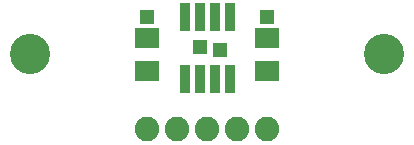
<source format=gts>
G75*
G70*
%OFA0B0*%
%FSLAX24Y24*%
%IPPOS*%
%LPD*%
%AMOC8*
5,1,8,0,0,1.08239X$1,22.5*
%
%ADD10C,0.1340*%
%ADD11R,0.0320X0.0950*%
%ADD12R,0.0789X0.0710*%
%ADD13C,0.0820*%
%ADD14R,0.0456X0.0456*%
%ADD15R,0.0496X0.0496*%
D10*
X002262Y003650D03*
X014073Y003650D03*
D11*
X008945Y002825D03*
X008445Y002825D03*
X007945Y002825D03*
X007445Y002825D03*
X007445Y004885D03*
X007945Y004885D03*
X008445Y004885D03*
X008945Y004885D03*
D12*
X010168Y004201D03*
X010168Y003099D03*
X006168Y003099D03*
X006168Y004201D03*
D13*
X006168Y001150D03*
X007168Y001150D03*
X008168Y001150D03*
X009168Y001150D03*
X010168Y001150D03*
D14*
X008589Y003807D03*
X007918Y003900D03*
X010168Y004900D03*
D15*
X006168Y004900D03*
M02*

</source>
